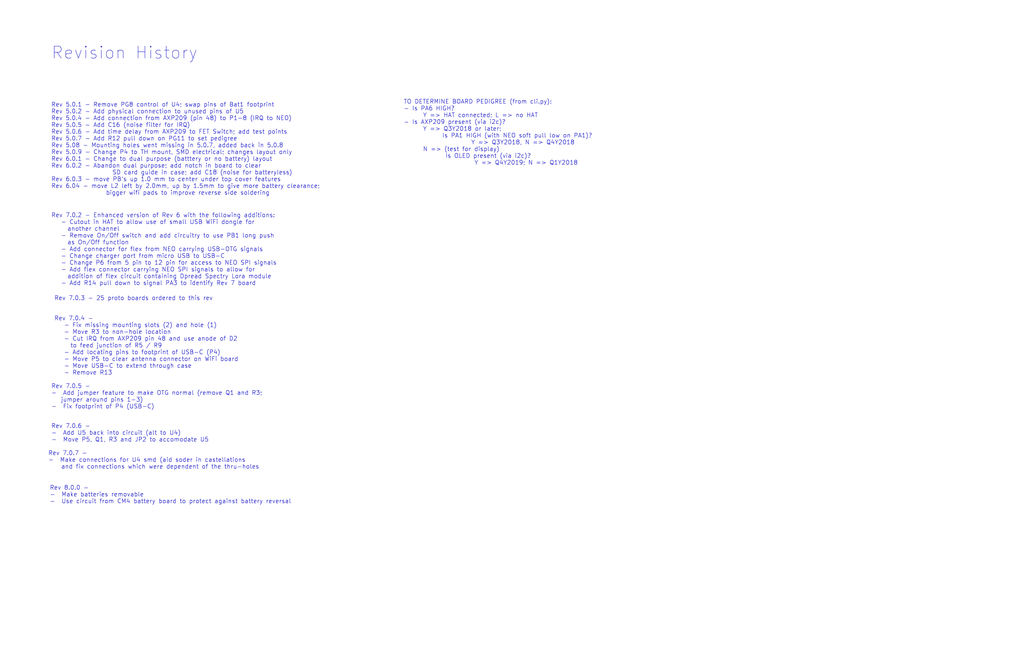
<source format=kicad_sch>
(kicad_sch (version 20211123) (generator eeschema)
  (paper "USLedger")
  (title_block (title "ConnectBox HAT 8") (date "2023-04-13") (rev "8.0.0") (company "ConnectBox") (comment 1 "JRA"))
  (lib_symbols)
  (text "Rev 7.0.6 - \n-  Add U5 back into circuit (alt to U4)\n-  Move P5, Q1, R3 and JP2 to accomodate U5\n" (at 21.59 186.69 0) (effects (font (size 1.778 1.778)) (justify left bottom)))
  (text "Rev 8.0.0 - \n-  Make batteries removable\n-  Use circuit from CM4 battery board to protect against battery reversal\n" (at 20.955 212.725 0) (effects (font (size 1.778 1.778)) (justify left bottom)))
  (text "TO DETERMINE BOARD PEDIGREE (from cli.py):\n- Is PA6 HIGH? \n      Y => HAT connected; L => no HAT\n- Is AXP209 present (via i2c)? \n      Y => Q3Y2018 or later; \n            Is PA1 HIGH (with NEO soft pull low on PA1)? \n                     Y => Q3Y2018, N => Q4Y2018\n      N => (test for display)\n             Is OLED present (via i2c)? \n                      Y => Q4Y2019; N => Q1Y2018" (at 170.18 69.85 0) (effects (font (size 1.778 1.778)) (justify left bottom)))
  (text "Rev 7.0.7 - \n-  Make connections for U4 smd (aid soder in castellations\n    and fix connections which were dependent of the thru-holes\n" (at 20.32 198.12 0) (effects (font (size 1.778 1.778)) (justify left bottom)))
  (text "Rev 7.0.4 - \n   - Fix missing mounting slots (2) and hole (1)\n   - Move R3 to non-hole location\n   - Cut IRQ from AXP209 pin 48 and use anode of D2\n     to feed junction of R5 / R9\n   - Add locating pins to footprint of USB-C (P4)\n   - Move P5 to clear antenna connector on WiFi board\n   - Move USB-C to extend through case\n   - Remove R13\n\n" (at 22.86 161.29 0) (effects (font (size 1.778 1.778)) (justify left bottom)))
  (text "Rev 5.0.1 - Remove PG8 control of U4; swap pins of Bat1 footprint\nRev 5.0.2 - Add physical connection to unused pins of U5\nRev 5.0.4 - Add connection from AXP209 (pin 48) to P1-8 (IRQ to NEO)\nRev 5.0.5 - Add C16 (noise filter for IRQ)\nRev 5.0.6 - Add time delay from AXP209 to FET Switch; add test points\nRev 5.0.7 - Add R12 pull down on PG11 to set pedigree\nRev 5.08 - Mounting holes went missing in 5.0.7, added back in 5.0.8\nRev 5.0.9 - Change P4 to TH mount, SMD electrical; changes layout only\nRev 6.0.1 - Change to dual purpose (batttery or no battery) layout\nRev 6.0.2 - Abandon dual purpose; add notch in board to clear \n                   SD card guide in case; add C18 (noise for batteryless)\nRev 6.0.3 - move PB’s up 1.0 mm to center under top cover features\nRev 6.04 - move L2 left by 2.0mm, up by 1.5mm to give more battery clearance; \n                 bigger wifi pads to improve reverse side soldering\n" (at 21.59 82.55 0) (effects (font (size 1.778 1.778)) (justify left bottom)))
  (text "Rev 7.0.3 - 25 proto boards ordered to this rev" (at 22.86 127 0) (effects (font (size 1.778 1.778)) (justify left bottom)))
  (text "Rev 7.0.5 - \n-  Add jumper feature to make OTG normal (remove Q1 and R3;\n   jumper around pins 1-3)\n-  Fix footprint of P4 (USB-C)\n" (at 21.59 172.72 0) (effects (font (size 1.778 1.778)) (justify left bottom)))
  (text "Rev 7.0.2 - Enhanced version of Rev 6 with the following additions:\n   - Cutout in HAT to allow use of small USB WiFi dongle for \n     another channel\n   - Remove On/Off switch and add circuitry to use PB1 long push\n     as On/Off function\n   - Add connector for flex from NEO carrying USB-OTG signals\n   - Change charger port from micro USB to USB-C\n   - Change P6 from 5 pin to 12 pin for access to NEO SPI signals\n   - Add flex connector carrying NEO SPI signals to allow for\n     addition of flex circuit containing Dpread Spectry Lora module\n   - Add R14 pull down to signal PA3 to identify Rev 7 board" (at 21.59 120.65 0) (effects (font (size 1.778 1.778)) (justify left bottom)))
  (text "Revision History" (at 21.59 25.4 0) (effects (font (size 5.08 5.08)) (justify left bottom)))
)
</source>
